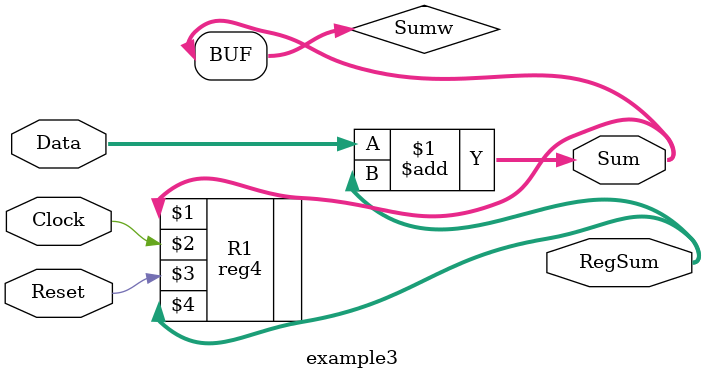
<source format=sv>
module example3(Data, Clock, Reset, RegSum, Sum);
input Clock, Reset;
input [3:0] Data;
output [3:0] Sum, RegSum;
wire [3:0] Sum, RegSum;
reg4 R1 (Sum, Clock, Reset, RegSum);
wire [3:0] Sumw;
assign Sumw = Data + RegSum;
assign Sum = Sumw;
endmodule
</source>
